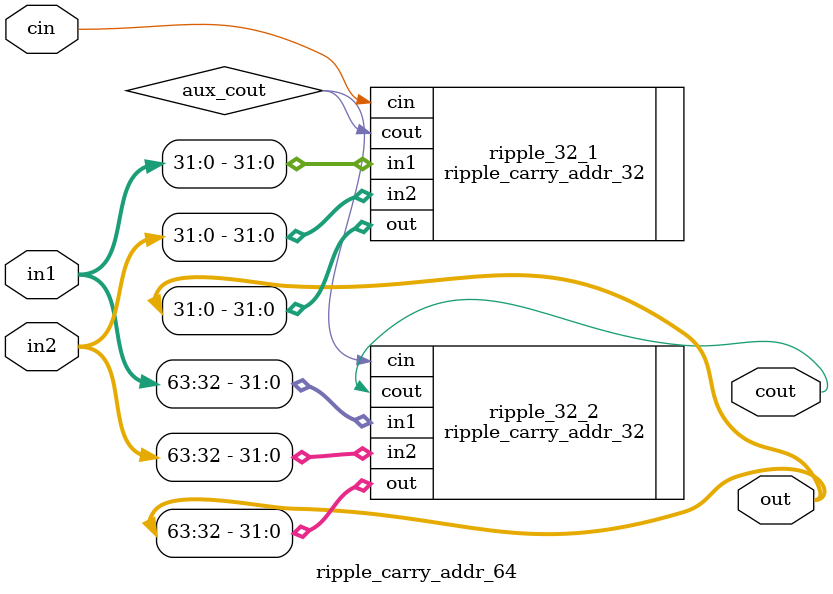
<source format=v>
`timescale 1ns / 1ps

/*
/////////////////////////////////////////////
//// COA LAB Assignment 3                ////
//// Group Number 23                     ////
//// Ashwani Kumar Kamal (20CS10011)     ////
//// Astitva (20CS30007)                 ////
/////////////////////////////////////////////
*/

// ripple carry adder (64 bit)
// inputs: in1 (64 bit), in2 (64 bit), cin (cin is input carry)
// outputs: out (64 bit), cout (out is sum, cout is output carry)

module ripple_carry_addr_64(
    input[63:0] in1, 
    input[63:0] in2, 
    input cin, 
    output[63:0] out, 
    output cout
    );

    // auxiliary wire for connecting two 8 bit ripple carry adders
    wire aux_cout;
    
    // concatenate two 32 bit ripple carry adders to make a ripple carry adder for 64 bits
    // connect output of previous ripple carry adder with input of current ripple carry adder using wire
    // Structural design pattern
    ripple_carry_addr_32 ripple_32_1(.in1(in1[31:0]), .in2(in2[31:0]), .cin(cin), .out(out[31:0]), .cout(aux_cout));
    ripple_carry_addr_32 ripple_32_2(.in1(in1[63:32]), .in2(in2[63:32]), .cin(aux_cout), .out(out[63:32]), .cout(cout));

endmodule

</source>
